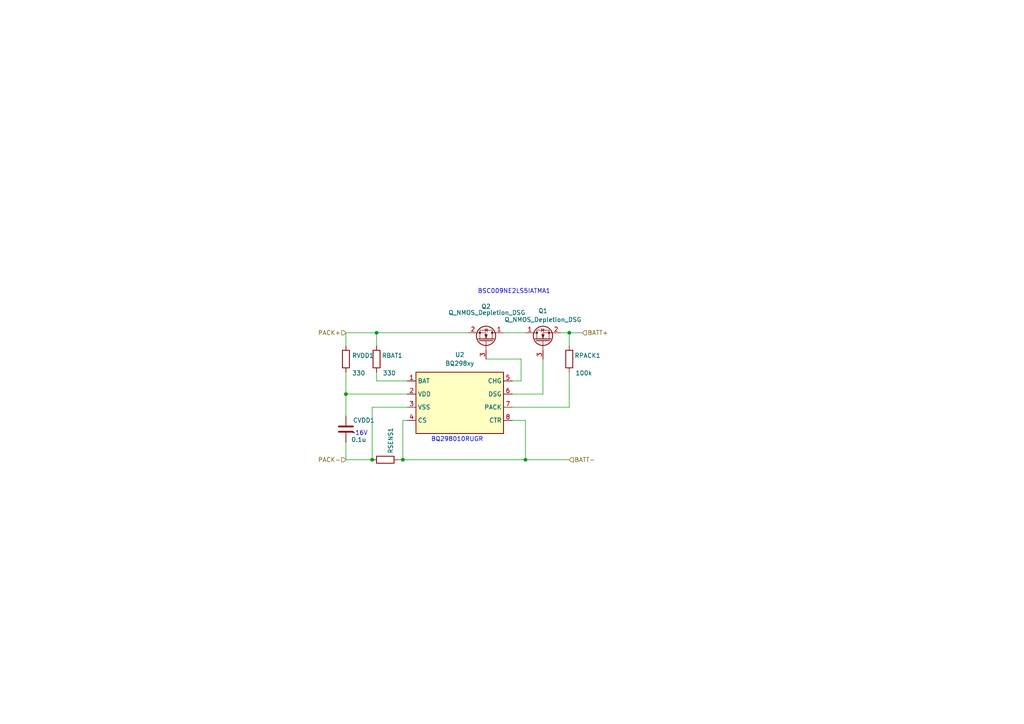
<source format=kicad_sch>
(kicad_sch (version 20250114) (generator "eeschema") (generator_version "9.0")
  (paper "A4")
  (lib_symbols
    (symbol "Battery_Management:BQ297xy"
      (property "Reference" "U1" (at 3.81 9.652 0))
      (property "Value" "BQ298xy" (at 3.81 7.112 0))
      (symbol "BQ297xy_0_1"
        (rectangle (start -7.62 5.08) (end 17.78 -12.7) (stroke (width 0.254)) (fill (type background)))
      )
      (symbol "BQ297xy_1_1"
        (pin input line (at -10.16 2.54 0) (length 2.54) (name "BAT") (number "1"))
        (pin input line (at -10.16 -1.27 0) (length 2.54) (name "VDD") (number "2"))
        (pin power_in line (at -10.16 -5.08 0) (length 2.54) (name "VSS") (number "3"))
        (pin input line (at -10.16 -8.89 0) (length 2.54) (name "CS") (number "4"))
        (pin no_connect line (at 7.62 0 180) (length 2.54) (hide yes) (name "NC") (number "1"))
        (pin input line (at 20.32 2.54 180) (length 2.54) (name "CHG") (number "5"))
        (pin input line (at 20.32 -1.27 180) (length 2.54) (name "DSG") (number "6"))
        (pin input line (at 20.32 -5.08 180) (length 2.54) (name "PACK") (number "7"))
        (pin input line (at 20.32 -8.89 180) (length 2.54) (name "CTR") (number "8"))
      )
    )
    (symbol "Device:C" (pin_numbers (hide yes)) (pin_names (offset 0.254))
      (property "Reference" "C" (at 0.635 2.54 0))
      (property "Value" "C" (at 0.635 -2.54 0))
      (symbol "C_0_1"
        (polyline (pts (xy -2.032 0.762) (xy 2.032 0.762)) (stroke (width 0.508)))
        (polyline (pts (xy -2.032 -0.762) (xy 2.032 -0.762)) (stroke (width 0.508)))
      )
      (symbol "C_1_1"
        (pin passive line (at 0 3.81 270) (length 2.794) (name "~") (number "1"))
        (pin passive line (at 0 -3.81 90) (length 2.794) (name "~") (number "2"))
      )
    )
    (symbol "Device:R" (pin_numbers (hide yes)) (pin_names (offset 0))
      (property "Reference" "R" (at 2.032 0 90))
      (property "Value" "R" (at 0 0 90))
      (symbol "R_0_1"
        (rectangle (start -1.016 -2.54) (end 1.016 2.54) (stroke (width 0.254)))
      )
      (symbol "R_1_1"
        (pin passive line (at 0 3.81 270) (length 1.27) (name "~") (number "1"))
        (pin passive line (at 0 -3.81 90) (length 1.27) (name "~") (number "2"))
      )
    )
    (symbol "Transistor_FET_Other:Q_NMOS_Depletion_DSG" (pin_names (offset 0) (hide yes))
      (property "Reference" "Q" (at 5.08 1.905 0))
      (property "Value" "Q_NMOS_Depletion_DSG" (at 5.08 0 0))
      (symbol "Q_NMOS_Depletion_DSG_0_1"
        (polyline (pts (xy 0.254 1.905) (xy 0.254 -1.905)) (stroke (width 0.254)))
        (polyline (pts (xy 0.254 0) (xy -2.54 0)))
        (polyline (pts (xy 0.762 2.286) (xy 0.762 -2.286)) (stroke (width 0.254)))
        (polyline (pts (xy 0.762 -1.778) (xy 3.302 -1.778) (xy 3.302 1.778) (xy 0.762 1.778)))
        (polyline (pts (xy 1.016 0) (xy 2.032 0.381) (xy 2.032 -0.381) (xy 1.016 0)) (fill (type outline)))
        (circle (center 1.651 0) (radius 2.794) (stroke (width 0.254)))
        (polyline (pts (xy 2.54 2.54) (xy 2.54 1.778)))
        (circle (center 2.54 1.778) (radius 0.254) (fill (type outline)))
        (circle (center 2.54 -1.778) (radius 0.254) (fill (type outline)))
        (polyline (pts (xy 2.54 -2.54) (xy 2.54 0) (xy 0.762 0)))
        (polyline (pts (xy 2.794 0.508) (xy 2.921 0.381) (xy 3.683 0.381) (xy 3.81 0.254)))
        (polyline (pts (xy 3.302 0.381) (xy 2.921 -0.254) (xy 3.683 -0.254) (xy 3.302 0.381)))
      )
      (symbol "Q_NMOS_Depletion_DSG_1_1"
        (pin input line (at -5.08 0 0) (length 2.54) (name "G") (number "3"))
        (pin passive line (at 2.54 5.08 270) (length 2.54) (name "D") (number "1"))
        (pin passive line (at 2.54 -5.08 90) (length 2.54) (name "S") (number "2"))
      )
    )
  )
  (text "BSC009NE2LS5IATMA1" (at 149.098 84.582 0) (effects (font (size 1.27 1.27))))
  (text "~16V\n" (at 104.394 125.73 0) (effects (font (size 1.27 1.27))))
  (text "BQ298010RUGR" (at 132.588 127.508 0) (effects (font (size 1.27 1.27))))
  (junction (at 107.95 133.35))
  (junction (at 109.22 96.52))
  (junction (at 152.4 133.35))
  (junction (at 116.84 133.35))
  (junction (at 100.33 114.3))
  (junction (at 165.1 96.52))
  (wire (pts (xy 107.95 118.11) (xy 107.95 133.35)))
  (wire (pts (xy 157.48 114.3) (xy 157.48 104.14)))
  (wire (pts (xy 100.33 133.35) (xy 100.33 128.27)))
  (wire (pts (xy 118.11 118.11) (xy 107.95 118.11)))
  (wire (pts (xy 107.95 133.35) (xy 100.33 133.35)))
  (wire (pts (xy 116.84 133.35) (xy 115.57 133.35)))
  (wire (pts (xy 100.33 120.65) (xy 100.33 114.3)))
  (wire (pts (xy 116.84 121.92) (xy 116.84 133.35)))
  (wire (pts (xy 165.1 96.52) (xy 168.91 96.52)))
  (wire (pts (xy 165.1 133.35) (xy 152.4 133.35)))
  (wire (pts (xy 100.33 96.52) (xy 109.22 96.52)))
  (wire (pts (xy 152.4 133.35) (xy 116.84 133.35)))
  (wire (pts (xy 118.11 110.49) (xy 109.22 110.49)))
  (wire (pts (xy 165.1 100.33) (xy 165.1 96.52)))
  (wire (pts (xy 109.22 107.95) (xy 109.22 110.49)))
  (wire (pts (xy 148.59 118.11) (xy 165.1 118.11)))
  (wire (pts (xy 148.59 114.3) (xy 157.48 114.3)))
  (wire (pts (xy 165.1 118.11) (xy 165.1 107.95)))
  (wire (pts (xy 162.56 96.52) (xy 165.1 96.52)))
  (wire (pts (xy 140.97 104.14) (xy 151.13 104.14)))
  (wire (pts (xy 100.33 114.3) (xy 118.11 114.3)))
  (wire (pts (xy 152.4 121.92) (xy 152.4 133.35)))
  (wire (pts (xy 151.13 104.14) (xy 151.13 110.49)))
  (wire (pts (xy 151.13 110.49) (xy 148.59 110.49)))
  (wire (pts (xy 109.22 96.52) (xy 135.89 96.52)))
  (wire (pts (xy 118.11 121.92) (xy 116.84 121.92)))
  (wire (pts (xy 146.05 96.52) (xy 152.4 96.52)))
  (wire (pts (xy 109.22 96.52) (xy 109.22 100.33)))
  (wire (pts (xy 100.33 100.33) (xy 100.33 96.52)))
  (wire (pts (xy 148.59 121.92) (xy 152.4 121.92)))
  (wire (pts (xy 100.33 114.3) (xy 100.33 107.95)))
  (hierarchical_label "BATT+" (shape input) (at 168.91 96.52 0))
  (hierarchical_label "PACK-" (shape input) (at 100.33 133.35 180))
  (hierarchical_label "BATT-" (shape input) (at 165.1 133.35 0))
  (hierarchical_label "PACK+" (shape input) (at 100.33 96.52 180))
  (symbol (lib_id "Device:R") (at 165.1 104.14 0) (unit 1)
    (property "Reference" "RPACK1" (at 166.624 103.124 0) (effects (justify left)))
    (property "Value" "100k" (at 166.878 108.204 0) (effects (justify left)))
    (property "Footprint" "Resistor_SMD:R_0603_1608Metric" (effects (hide yes)))
    (property "Description" "Resistor" (effects (hide yes)))
  )
  (symbol (lib_id "Device:C") (at 100.33 124.46 0) (unit 1)
    (property "Reference" "CVDD1" (at 102.362 121.92 0) (effects (justify left)))
    (property "Value" "0.1u" (at 101.854 127.508 0) (effects (justify left)))
    (property "Footprint" "Capacitor_SMD:C_0603_1608Metric_Pad1.08x0.95mm_HandSolder" (effects (hide yes)))
    (property "Description" "Unpolarized capacitor" (effects (hide yes)))
  )
  (symbol (lib_id "Battery_Management:BQ297xy") (at 128.27 113.03 0) (unit 1)
    (property "Reference" "U2" (at 133.35 102.87 0))
    (property "Value" "BQ298xy" (at 133.35 105.41 0))
    (property "Footprint" "custom:QFN50P150X150X40-8N" (effects (hide yes)))
    (property "Datasheet" "http://www.ti.com/lit/ds/symlink/bq2970.pdf" (effects (hide yes)))
    (property "Description" "Voltage and Current Protection for Single-Cell Li-Ion and Li-Polymer Batteries" (effects (hide yes)))
  )
  (symbol (lib_id "Transistor_FET_Other:Q_NMOS_Depletion_DSG") (at 140.97 99.06 270) (mirror x) (unit 1)
    (property "Reference" "Q2" (at 140.97 88.9 90))
    (property "Value" "Q_NMOS_Depletion_DSG" (at 141.224 90.678 90))
    (property "Footprint" "custom:MOSFET_BSC093N04LSGATMA1" (effects (hide yes)))
    (property "Description" "Depletion-mode N-channel MOSFET drain/source/gate" (effects (hide yes)))
  )
  (symbol (lib_id "Device:R") (at 111.76 133.35 90) (unit 1)
    (property "Reference" "RSENS1" (at 113.284 131.572 0) (effects (justify left)))
    (property "Value" "322" (effects (hide yes)))
    (property "Footprint" "Resistor_SMD:R_2512_6332Metric" (effects (hide yes)))
    (property "Description" "Resistor" (effects (hide yes)))
  )
  (symbol (lib_id "Device:R") (at 100.33 104.14 0) (unit 1)
    (property "Reference" "RVDD1" (at 102.108 103.124 0) (effects (justify left)))
    (property "Value" "330" (at 102.108 108.204 0) (effects (justify left)))
    (property "Footprint" "Resistor_SMD:R_0603_1608Metric" (effects (hide yes)))
    (property "Description" "Resistor" (effects (hide yes)))
  )
  (symbol (lib_id "Transistor_FET_Other:Q_NMOS_Depletion_DSG") (at 157.48 99.06 90) (unit 1)
    (property "Reference" "Q1" (at 157.48 90.17 90))
    (property "Value" "Q_NMOS_Depletion_DSG" (at 157.48 92.71 90))
    (property "Footprint" "custom:MOSFET_BSC093N04LSGATMA1" (effects (hide yes)))
    (property "Description" "Depletion-mode N-channel MOSFET drain/source/gate" (effects (hide yes)))
  )
  (symbol (lib_id "Device:R") (at 109.22 104.14 0) (unit 1)
    (property "Reference" "RBAT1" (at 110.744 103.124 0) (effects (justify left)))
    (property "Value" "330" (at 110.998 108.204 0) (effects (justify left)))
    (property "Footprint" "Resistor_SMD:R_0603_1608Metric" (effects (hide yes)))
    (property "Description" "Resistor" (effects (hide yes)))
  )
)
</source>
